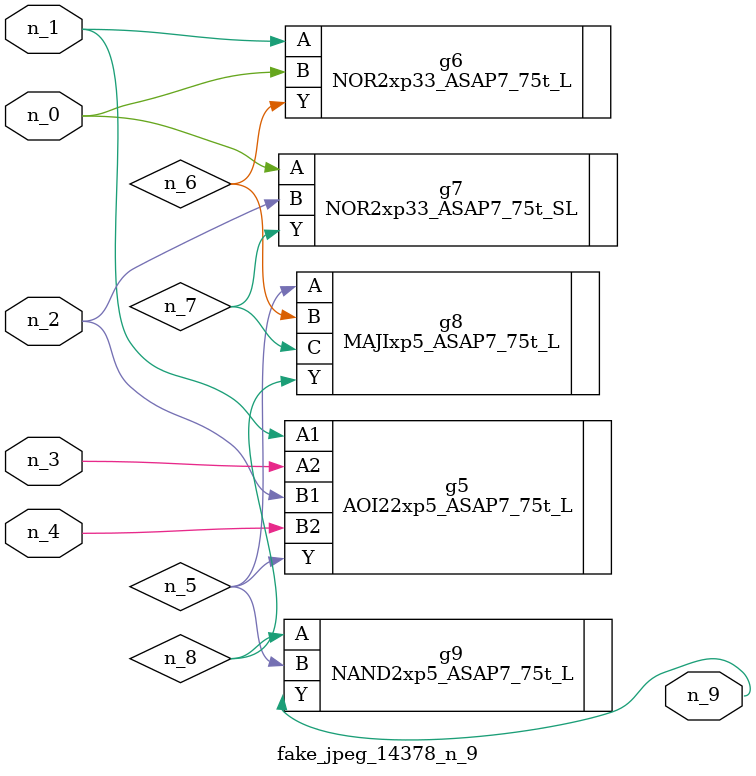
<source format=v>
module fake_jpeg_14378_n_9 (n_3, n_2, n_1, n_0, n_4, n_9);

input n_3;
input n_2;
input n_1;
input n_0;
input n_4;

output n_9;

wire n_8;
wire n_6;
wire n_5;
wire n_7;

AOI22xp5_ASAP7_75t_L g5 ( 
.A1(n_1),
.A2(n_3),
.B1(n_2),
.B2(n_4),
.Y(n_5)
);

NOR2xp33_ASAP7_75t_L g6 ( 
.A(n_1),
.B(n_0),
.Y(n_6)
);

NOR2xp33_ASAP7_75t_SL g7 ( 
.A(n_0),
.B(n_2),
.Y(n_7)
);

MAJIxp5_ASAP7_75t_L g8 ( 
.A(n_5),
.B(n_6),
.C(n_7),
.Y(n_8)
);

NAND2xp5_ASAP7_75t_L g9 ( 
.A(n_8),
.B(n_5),
.Y(n_9)
);


endmodule
</source>
